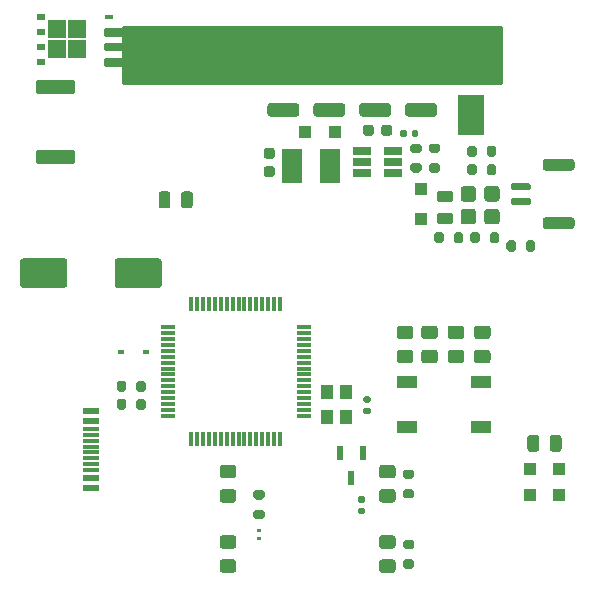
<source format=gbr>
%TF.GenerationSoftware,KiCad,Pcbnew,5.1.9-73d0e3b20d~88~ubuntu20.04.1*%
%TF.CreationDate,2021-04-18T22:18:41+08:00*%
%TF.ProjectId,AbsoluteEncoderBoard,4162736f-6c75-4746-9545-6e636f646572,rev?*%
%TF.SameCoordinates,Original*%
%TF.FileFunction,Paste,Top*%
%TF.FilePolarity,Positive*%
%FSLAX46Y46*%
G04 Gerber Fmt 4.6, Leading zero omitted, Abs format (unit mm)*
G04 Created by KiCad (PCBNEW 5.1.9-73d0e3b20d~88~ubuntu20.04.1) date 2021-04-18 22:18:41*
%MOMM*%
%LPD*%
G01*
G04 APERTURE LIST*
%ADD10R,0.300000X1.200000*%
%ADD11R,1.200000X0.300000*%
%ADD12R,0.600000X0.450000*%
%ADD13R,1.000000X1.000000*%
%ADD14R,1.560000X0.650000*%
%ADD15R,1.800000X2.900000*%
%ADD16R,2.300000X3.500000*%
%ADD17R,1.100000X1.300000*%
%ADD18R,1.700000X1.000000*%
%ADD19R,0.750000X0.500000*%
%ADD20R,1.500000X1.500000*%
%ADD21R,0.750000X0.400000*%
%ADD22R,1.450000X0.600000*%
%ADD23R,1.450000X0.300000*%
%ADD24R,0.600000X1.300000*%
%ADD25C,0.254000*%
%ADD26C,0.100000*%
G04 APERTURE END LIST*
G36*
G01*
X145979500Y-88606000D02*
X146180500Y-88606000D01*
G75*
G02*
X146260000Y-88685500I0J-79500D01*
G01*
X146260000Y-88844500D01*
G75*
G02*
X146180500Y-88924000I-79500J0D01*
G01*
X145979500Y-88924000D01*
G75*
G02*
X145900000Y-88844500I0J79500D01*
G01*
X145900000Y-88685500D01*
G75*
G02*
X145979500Y-88606000I79500J0D01*
G01*
G37*
G36*
G01*
X145979500Y-87916000D02*
X146180500Y-87916000D01*
G75*
G02*
X146260000Y-87995500I0J-79500D01*
G01*
X146260000Y-88154500D01*
G75*
G02*
X146180500Y-88234000I-79500J0D01*
G01*
X145979500Y-88234000D01*
G75*
G02*
X145900000Y-88154500I0J79500D01*
G01*
X145900000Y-87995500D01*
G75*
G02*
X145979500Y-87916000I79500J0D01*
G01*
G37*
G36*
G01*
X145805000Y-86325000D02*
X146355000Y-86325000D01*
G75*
G02*
X146555000Y-86525000I0J-200000D01*
G01*
X146555000Y-86925000D01*
G75*
G02*
X146355000Y-87125000I-200000J0D01*
G01*
X145805000Y-87125000D01*
G75*
G02*
X145605000Y-86925000I0J200000D01*
G01*
X145605000Y-86525000D01*
G75*
G02*
X145805000Y-86325000I200000J0D01*
G01*
G37*
G36*
G01*
X145805000Y-84675000D02*
X146355000Y-84675000D01*
G75*
G02*
X146555000Y-84875000I0J-200000D01*
G01*
X146555000Y-85275000D01*
G75*
G02*
X146355000Y-85475000I-200000J0D01*
G01*
X145805000Y-85475000D01*
G75*
G02*
X145605000Y-85275000I0J200000D01*
G01*
X145605000Y-84875000D01*
G75*
G02*
X145805000Y-84675000I200000J0D01*
G01*
G37*
D10*
X147850000Y-80375000D03*
X147350000Y-80375000D03*
X146850000Y-80375000D03*
X146350000Y-80375000D03*
X145850000Y-80375000D03*
X145350000Y-80375000D03*
X144850000Y-80375000D03*
X144350000Y-80375000D03*
X143850000Y-80375000D03*
X143350000Y-80375000D03*
X142850000Y-80375000D03*
X142350000Y-80375000D03*
X141850000Y-80375000D03*
X141350000Y-80375000D03*
X140850000Y-80375000D03*
X140350000Y-80375000D03*
D11*
X138350000Y-78375000D03*
X138350000Y-77875000D03*
X138350000Y-77375000D03*
X138350000Y-76875000D03*
X138350000Y-76375000D03*
X138350000Y-75875000D03*
X138350000Y-75375000D03*
X138350000Y-74875000D03*
X138350000Y-74375000D03*
X138350000Y-73875000D03*
X138350000Y-73375000D03*
X138350000Y-72875000D03*
X138350000Y-72375000D03*
X138350000Y-71875000D03*
X138350000Y-71375000D03*
X138350000Y-70875000D03*
D10*
X140350000Y-68875000D03*
X140850000Y-68875000D03*
X141350000Y-68875000D03*
X141850000Y-68875000D03*
X142350000Y-68875000D03*
X142850000Y-68875000D03*
X143350000Y-68875000D03*
X143850000Y-68875000D03*
X144350000Y-68875000D03*
X144850000Y-68875000D03*
X145350000Y-68875000D03*
X145850000Y-68875000D03*
X146350000Y-68875000D03*
X146850000Y-68875000D03*
X147350000Y-68875000D03*
D11*
X149850000Y-70875000D03*
X149850000Y-71375000D03*
X149850000Y-71875000D03*
X149850000Y-72375000D03*
X149850000Y-72875000D03*
X149850000Y-73375000D03*
X149850000Y-73875000D03*
X149850000Y-74375000D03*
X149850000Y-74875000D03*
X149850000Y-75375000D03*
X149850000Y-75875000D03*
X149850000Y-76375000D03*
X149850000Y-76875000D03*
X149850000Y-77375000D03*
X149850000Y-77875000D03*
X149850000Y-78375000D03*
D10*
X147850000Y-68875000D03*
G36*
G01*
X139480000Y-60565000D02*
X139480000Y-59615000D01*
G75*
G02*
X139730000Y-59365000I250000J0D01*
G01*
X140230000Y-59365000D01*
G75*
G02*
X140480000Y-59615000I0J-250000D01*
G01*
X140480000Y-60565000D01*
G75*
G02*
X140230000Y-60815000I-250000J0D01*
G01*
X139730000Y-60815000D01*
G75*
G02*
X139480000Y-60565000I0J250000D01*
G01*
G37*
G36*
G01*
X137580000Y-60565000D02*
X137580000Y-59615000D01*
G75*
G02*
X137830000Y-59365000I250000J0D01*
G01*
X138330000Y-59365000D01*
G75*
G02*
X138580000Y-59615000I0J-250000D01*
G01*
X138580000Y-60565000D01*
G75*
G02*
X138330000Y-60815000I-250000J0D01*
G01*
X137830000Y-60815000D01*
G75*
G02*
X137580000Y-60565000I0J250000D01*
G01*
G37*
D12*
X134400000Y-73000000D03*
X136500000Y-73000000D03*
G36*
G01*
X155395000Y-77275000D02*
X155055000Y-77275000D01*
G75*
G02*
X154915000Y-77135000I0J140000D01*
G01*
X154915000Y-76855000D01*
G75*
G02*
X155055000Y-76715000I140000J0D01*
G01*
X155395000Y-76715000D01*
G75*
G02*
X155535000Y-76855000I0J-140000D01*
G01*
X155535000Y-77135000D01*
G75*
G02*
X155395000Y-77275000I-140000J0D01*
G01*
G37*
G36*
G01*
X155395000Y-78235000D02*
X155055000Y-78235000D01*
G75*
G02*
X154915000Y-78095000I0J140000D01*
G01*
X154915000Y-77815000D01*
G75*
G02*
X155055000Y-77675000I140000J0D01*
G01*
X155395000Y-77675000D01*
G75*
G02*
X155535000Y-77815000I0J-140000D01*
G01*
X155535000Y-78095000D01*
G75*
G02*
X155395000Y-78235000I-140000J0D01*
G01*
G37*
G36*
G01*
X159000000Y-54645000D02*
X159000000Y-54305000D01*
G75*
G02*
X159140000Y-54165000I140000J0D01*
G01*
X159420000Y-54165000D01*
G75*
G02*
X159560000Y-54305000I0J-140000D01*
G01*
X159560000Y-54645000D01*
G75*
G02*
X159420000Y-54785000I-140000J0D01*
G01*
X159140000Y-54785000D01*
G75*
G02*
X159000000Y-54645000I0J140000D01*
G01*
G37*
G36*
G01*
X158040000Y-54645000D02*
X158040000Y-54305000D01*
G75*
G02*
X158180000Y-54165000I140000J0D01*
G01*
X158460000Y-54165000D01*
G75*
G02*
X158600000Y-54305000I0J-140000D01*
G01*
X158600000Y-54645000D01*
G75*
G02*
X158460000Y-54785000I-140000J0D01*
G01*
X158180000Y-54785000D01*
G75*
G02*
X158040000Y-54645000I0J140000D01*
G01*
G37*
G36*
G01*
X154580000Y-86150000D02*
X154920000Y-86150000D01*
G75*
G02*
X155060000Y-86290000I0J-140000D01*
G01*
X155060000Y-86570000D01*
G75*
G02*
X154920000Y-86710000I-140000J0D01*
G01*
X154580000Y-86710000D01*
G75*
G02*
X154440000Y-86570000I0J140000D01*
G01*
X154440000Y-86290000D01*
G75*
G02*
X154580000Y-86150000I140000J0D01*
G01*
G37*
G36*
G01*
X154580000Y-85190000D02*
X154920000Y-85190000D01*
G75*
G02*
X155060000Y-85330000I0J-140000D01*
G01*
X155060000Y-85610000D01*
G75*
G02*
X154920000Y-85750000I-140000J0D01*
G01*
X154580000Y-85750000D01*
G75*
G02*
X154440000Y-85610000I0J140000D01*
G01*
X154440000Y-85330000D01*
G75*
G02*
X154580000Y-85190000I140000J0D01*
G01*
G37*
D13*
X159800000Y-59200000D03*
X159800000Y-61700000D03*
X150000000Y-54350000D03*
X152500000Y-54350000D03*
G36*
G01*
X172550000Y-57625000D02*
X170350000Y-57625000D01*
G75*
G02*
X170100000Y-57375000I0J250000D01*
G01*
X170100000Y-56875000D01*
G75*
G02*
X170350000Y-56625000I250000J0D01*
G01*
X172550000Y-56625000D01*
G75*
G02*
X172800000Y-56875000I0J-250000D01*
G01*
X172800000Y-57375000D01*
G75*
G02*
X172550000Y-57625000I-250000J0D01*
G01*
G37*
G36*
G01*
X172550000Y-62575000D02*
X170350000Y-62575000D01*
G75*
G02*
X170100000Y-62325000I0J250000D01*
G01*
X170100000Y-61825000D01*
G75*
G02*
X170350000Y-61575000I250000J0D01*
G01*
X172550000Y-61575000D01*
G75*
G02*
X172800000Y-61825000I0J-250000D01*
G01*
X172800000Y-62325000D01*
G75*
G02*
X172550000Y-62575000I-250000J0D01*
G01*
G37*
G36*
G01*
X168950000Y-59275000D02*
X167550000Y-59275000D01*
G75*
G02*
X167400000Y-59125000I0J150000D01*
G01*
X167400000Y-58825000D01*
G75*
G02*
X167550000Y-58675000I150000J0D01*
G01*
X168950000Y-58675000D01*
G75*
G02*
X169100000Y-58825000I0J-150000D01*
G01*
X169100000Y-59125000D01*
G75*
G02*
X168950000Y-59275000I-150000J0D01*
G01*
G37*
G36*
G01*
X168950000Y-60525000D02*
X167550000Y-60525000D01*
G75*
G02*
X167400000Y-60375000I0J150000D01*
G01*
X167400000Y-60075000D01*
G75*
G02*
X167550000Y-59925000I150000J0D01*
G01*
X168950000Y-59925000D01*
G75*
G02*
X169100000Y-60075000I0J-150000D01*
G01*
X169100000Y-60375000D01*
G75*
G02*
X168950000Y-60525000I-150000J0D01*
G01*
G37*
G36*
G01*
X164775000Y-63025000D02*
X164775000Y-63575000D01*
G75*
G02*
X164575000Y-63775000I-200000J0D01*
G01*
X164175000Y-63775000D01*
G75*
G02*
X163975000Y-63575000I0J200000D01*
G01*
X163975000Y-63025000D01*
G75*
G02*
X164175000Y-62825000I200000J0D01*
G01*
X164575000Y-62825000D01*
G75*
G02*
X164775000Y-63025000I0J-200000D01*
G01*
G37*
G36*
G01*
X166425000Y-63025000D02*
X166425000Y-63575000D01*
G75*
G02*
X166225000Y-63775000I-200000J0D01*
G01*
X165825000Y-63775000D01*
G75*
G02*
X165625000Y-63575000I0J200000D01*
G01*
X165625000Y-63025000D01*
G75*
G02*
X165825000Y-62825000I200000J0D01*
G01*
X166225000Y-62825000D01*
G75*
G02*
X166425000Y-63025000I0J-200000D01*
G01*
G37*
G36*
G01*
X166200001Y-60250000D02*
X165399999Y-60250000D01*
G75*
G02*
X165150000Y-60000001I0J249999D01*
G01*
X165150000Y-59174999D01*
G75*
G02*
X165399999Y-58925000I249999J0D01*
G01*
X166200001Y-58925000D01*
G75*
G02*
X166450000Y-59174999I0J-249999D01*
G01*
X166450000Y-60000001D01*
G75*
G02*
X166200001Y-60250000I-249999J0D01*
G01*
G37*
G36*
G01*
X166200001Y-62175000D02*
X165399999Y-62175000D01*
G75*
G02*
X165150000Y-61925001I0J249999D01*
G01*
X165150000Y-61099999D01*
G75*
G02*
X165399999Y-60850000I249999J0D01*
G01*
X166200001Y-60850000D01*
G75*
G02*
X166450000Y-61099999I0J-249999D01*
G01*
X166450000Y-61925001D01*
G75*
G02*
X166200001Y-62175000I-249999J0D01*
G01*
G37*
G36*
G01*
X162575000Y-63575000D02*
X162575000Y-63025000D01*
G75*
G02*
X162775000Y-62825000I200000J0D01*
G01*
X163175000Y-62825000D01*
G75*
G02*
X163375000Y-63025000I0J-200000D01*
G01*
X163375000Y-63575000D01*
G75*
G02*
X163175000Y-63775000I-200000J0D01*
G01*
X162775000Y-63775000D01*
G75*
G02*
X162575000Y-63575000I0J200000D01*
G01*
G37*
G36*
G01*
X160925000Y-63575000D02*
X160925000Y-63025000D01*
G75*
G02*
X161125000Y-62825000I200000J0D01*
G01*
X161525000Y-62825000D01*
G75*
G02*
X161725000Y-63025000I0J-200000D01*
G01*
X161725000Y-63575000D01*
G75*
G02*
X161525000Y-63775000I-200000J0D01*
G01*
X161125000Y-63775000D01*
G75*
G02*
X160925000Y-63575000I0J200000D01*
G01*
G37*
G36*
G01*
X164200001Y-60250000D02*
X163399999Y-60250000D01*
G75*
G02*
X163150000Y-60000001I0J249999D01*
G01*
X163150000Y-59174999D01*
G75*
G02*
X163399999Y-58925000I249999J0D01*
G01*
X164200001Y-58925000D01*
G75*
G02*
X164450000Y-59174999I0J-249999D01*
G01*
X164450000Y-60000001D01*
G75*
G02*
X164200001Y-60250000I-249999J0D01*
G01*
G37*
G36*
G01*
X164200001Y-62175000D02*
X163399999Y-62175000D01*
G75*
G02*
X163150000Y-61925001I0J249999D01*
G01*
X163150000Y-61099999D01*
G75*
G02*
X163399999Y-60850000I249999J0D01*
G01*
X164200001Y-60850000D01*
G75*
G02*
X164450000Y-61099999I0J-249999D01*
G01*
X164450000Y-61925001D01*
G75*
G02*
X164200001Y-62175000I-249999J0D01*
G01*
G37*
G36*
G01*
X133850000Y-67300000D02*
X133850000Y-65300000D01*
G75*
G02*
X134100000Y-65050000I250000J0D01*
G01*
X137600000Y-65050000D01*
G75*
G02*
X137850000Y-65300000I0J-250000D01*
G01*
X137850000Y-67300000D01*
G75*
G02*
X137600000Y-67550000I-250000J0D01*
G01*
X134100000Y-67550000D01*
G75*
G02*
X133850000Y-67300000I0J250000D01*
G01*
G37*
G36*
G01*
X125850000Y-67300000D02*
X125850000Y-65300000D01*
G75*
G02*
X126100000Y-65050000I250000J0D01*
G01*
X129600000Y-65050000D01*
G75*
G02*
X129850000Y-65300000I0J-250000D01*
G01*
X129850000Y-67300000D01*
G75*
G02*
X129600000Y-67550000I-250000J0D01*
G01*
X126100000Y-67550000D01*
G75*
G02*
X125850000Y-67300000I0J250000D01*
G01*
G37*
D14*
X154765840Y-56865480D03*
X154765840Y-57815480D03*
X154765840Y-55915480D03*
X157465840Y-55915480D03*
X157465840Y-56865480D03*
X157465840Y-57815480D03*
G36*
G01*
X159649660Y-56130600D02*
X159099660Y-56130600D01*
G75*
G02*
X158899660Y-55930600I0J200000D01*
G01*
X158899660Y-55530600D01*
G75*
G02*
X159099660Y-55330600I200000J0D01*
G01*
X159649660Y-55330600D01*
G75*
G02*
X159849660Y-55530600I0J-200000D01*
G01*
X159849660Y-55930600D01*
G75*
G02*
X159649660Y-56130600I-200000J0D01*
G01*
G37*
G36*
G01*
X159649660Y-57780600D02*
X159099660Y-57780600D01*
G75*
G02*
X158899660Y-57580600I0J200000D01*
G01*
X158899660Y-57180600D01*
G75*
G02*
X159099660Y-56980600I200000J0D01*
G01*
X159649660Y-56980600D01*
G75*
G02*
X159849660Y-57180600I0J-200000D01*
G01*
X159849660Y-57580600D01*
G75*
G02*
X159649660Y-57780600I-200000J0D01*
G01*
G37*
G36*
G01*
X160675000Y-56975000D02*
X161225000Y-56975000D01*
G75*
G02*
X161425000Y-57175000I0J-200000D01*
G01*
X161425000Y-57575000D01*
G75*
G02*
X161225000Y-57775000I-200000J0D01*
G01*
X160675000Y-57775000D01*
G75*
G02*
X160475000Y-57575000I0J200000D01*
G01*
X160475000Y-57175000D01*
G75*
G02*
X160675000Y-56975000I200000J0D01*
G01*
G37*
G36*
G01*
X160675000Y-55325000D02*
X161225000Y-55325000D01*
G75*
G02*
X161425000Y-55525000I0J-200000D01*
G01*
X161425000Y-55925000D01*
G75*
G02*
X161225000Y-56125000I-200000J0D01*
G01*
X160675000Y-56125000D01*
G75*
G02*
X160475000Y-55925000I0J200000D01*
G01*
X160475000Y-55525000D01*
G75*
G02*
X160675000Y-55325000I200000J0D01*
G01*
G37*
G36*
G01*
X165365800Y-57819600D02*
X165365800Y-57269600D01*
G75*
G02*
X165565800Y-57069600I200000J0D01*
G01*
X165965800Y-57069600D01*
G75*
G02*
X166165800Y-57269600I0J-200000D01*
G01*
X166165800Y-57819600D01*
G75*
G02*
X165965800Y-58019600I-200000J0D01*
G01*
X165565800Y-58019600D01*
G75*
G02*
X165365800Y-57819600I0J200000D01*
G01*
G37*
G36*
G01*
X163715800Y-57819600D02*
X163715800Y-57269600D01*
G75*
G02*
X163915800Y-57069600I200000J0D01*
G01*
X164315800Y-57069600D01*
G75*
G02*
X164515800Y-57269600I0J-200000D01*
G01*
X164515800Y-57819600D01*
G75*
G02*
X164315800Y-58019600I-200000J0D01*
G01*
X163915800Y-58019600D01*
G75*
G02*
X163715800Y-57819600I0J200000D01*
G01*
G37*
G36*
G01*
X165365800Y-56244800D02*
X165365800Y-55694800D01*
G75*
G02*
X165565800Y-55494800I200000J0D01*
G01*
X165965800Y-55494800D01*
G75*
G02*
X166165800Y-55694800I0J-200000D01*
G01*
X166165800Y-56244800D01*
G75*
G02*
X165965800Y-56444800I-200000J0D01*
G01*
X165565800Y-56444800D01*
G75*
G02*
X165365800Y-56244800I0J200000D01*
G01*
G37*
G36*
G01*
X163715800Y-56244800D02*
X163715800Y-55694800D01*
G75*
G02*
X163915800Y-55494800I200000J0D01*
G01*
X164315800Y-55494800D01*
G75*
G02*
X164515800Y-55694800I0J-200000D01*
G01*
X164515800Y-56244800D01*
G75*
G02*
X164315800Y-56444800I-200000J0D01*
G01*
X163915800Y-56444800D01*
G75*
G02*
X163715800Y-56244800I0J200000D01*
G01*
G37*
D15*
X148904700Y-57239860D03*
X152104700Y-57239860D03*
D16*
X164000000Y-52900000D03*
X164000000Y-47500000D03*
G36*
G01*
X146703780Y-57247360D02*
X147203780Y-57247360D01*
G75*
G02*
X147428780Y-57472360I0J-225000D01*
G01*
X147428780Y-57922360D01*
G75*
G02*
X147203780Y-58147360I-225000J0D01*
G01*
X146703780Y-58147360D01*
G75*
G02*
X146478780Y-57922360I0J225000D01*
G01*
X146478780Y-57472360D01*
G75*
G02*
X146703780Y-57247360I225000J0D01*
G01*
G37*
G36*
G01*
X146703780Y-55697360D02*
X147203780Y-55697360D01*
G75*
G02*
X147428780Y-55922360I0J-225000D01*
G01*
X147428780Y-56372360D01*
G75*
G02*
X147203780Y-56597360I-225000J0D01*
G01*
X146703780Y-56597360D01*
G75*
G02*
X146478780Y-56372360I0J225000D01*
G01*
X146478780Y-55922360D01*
G75*
G02*
X146703780Y-55697360I225000J0D01*
G01*
G37*
G36*
G01*
X156440840Y-54456100D02*
X156440840Y-53956100D01*
G75*
G02*
X156665840Y-53731100I225000J0D01*
G01*
X157115840Y-53731100D01*
G75*
G02*
X157340840Y-53956100I0J-225000D01*
G01*
X157340840Y-54456100D01*
G75*
G02*
X157115840Y-54681100I-225000J0D01*
G01*
X156665840Y-54681100D01*
G75*
G02*
X156440840Y-54456100I0J225000D01*
G01*
G37*
G36*
G01*
X154890840Y-54456100D02*
X154890840Y-53956100D01*
G75*
G02*
X155115840Y-53731100I225000J0D01*
G01*
X155565840Y-53731100D01*
G75*
G02*
X155790840Y-53956100I0J-225000D01*
G01*
X155790840Y-54456100D01*
G75*
G02*
X155565840Y-54681100I-225000J0D01*
G01*
X155115840Y-54681100D01*
G75*
G02*
X154890840Y-54456100I0J225000D01*
G01*
G37*
G36*
G01*
X158699999Y-51900000D02*
X160900001Y-51900000D01*
G75*
G02*
X161150000Y-52149999I0J-249999D01*
G01*
X161150000Y-52800001D01*
G75*
G02*
X160900001Y-53050000I-249999J0D01*
G01*
X158699999Y-53050000D01*
G75*
G02*
X158450000Y-52800001I0J249999D01*
G01*
X158450000Y-52149999D01*
G75*
G02*
X158699999Y-51900000I249999J0D01*
G01*
G37*
G36*
G01*
X158699999Y-48950000D02*
X160900001Y-48950000D01*
G75*
G02*
X161150000Y-49199999I0J-249999D01*
G01*
X161150000Y-49850001D01*
G75*
G02*
X160900001Y-50100000I-249999J0D01*
G01*
X158699999Y-50100000D01*
G75*
G02*
X158450000Y-49850001I0J249999D01*
G01*
X158450000Y-49199999D01*
G75*
G02*
X158699999Y-48950000I249999J0D01*
G01*
G37*
G36*
G01*
X154812499Y-51900000D02*
X157012501Y-51900000D01*
G75*
G02*
X157262500Y-52149999I0J-249999D01*
G01*
X157262500Y-52800001D01*
G75*
G02*
X157012501Y-53050000I-249999J0D01*
G01*
X154812499Y-53050000D01*
G75*
G02*
X154562500Y-52800001I0J249999D01*
G01*
X154562500Y-52149999D01*
G75*
G02*
X154812499Y-51900000I249999J0D01*
G01*
G37*
G36*
G01*
X154812499Y-48950000D02*
X157012501Y-48950000D01*
G75*
G02*
X157262500Y-49199999I0J-249999D01*
G01*
X157262500Y-49850001D01*
G75*
G02*
X157012501Y-50100000I-249999J0D01*
G01*
X154812499Y-50100000D01*
G75*
G02*
X154562500Y-49850001I0J249999D01*
G01*
X154562500Y-49199999D01*
G75*
G02*
X154812499Y-48950000I249999J0D01*
G01*
G37*
G36*
G01*
X150924999Y-51900000D02*
X153125001Y-51900000D01*
G75*
G02*
X153375000Y-52149999I0J-249999D01*
G01*
X153375000Y-52800001D01*
G75*
G02*
X153125001Y-53050000I-249999J0D01*
G01*
X150924999Y-53050000D01*
G75*
G02*
X150675000Y-52800001I0J249999D01*
G01*
X150675000Y-52149999D01*
G75*
G02*
X150924999Y-51900000I249999J0D01*
G01*
G37*
G36*
G01*
X150924999Y-48950000D02*
X153125001Y-48950000D01*
G75*
G02*
X153375000Y-49199999I0J-249999D01*
G01*
X153375000Y-49850001D01*
G75*
G02*
X153125001Y-50100000I-249999J0D01*
G01*
X150924999Y-50100000D01*
G75*
G02*
X150675000Y-49850001I0J249999D01*
G01*
X150675000Y-49199999D01*
G75*
G02*
X150924999Y-48950000I249999J0D01*
G01*
G37*
D17*
X151825000Y-78475000D03*
X151825000Y-76375000D03*
X153475000Y-76375000D03*
X153475000Y-78475000D03*
D18*
X158590000Y-75490000D03*
X164890000Y-75490000D03*
X158590000Y-79290000D03*
X164890000Y-79290000D03*
G36*
G01*
X159025000Y-89677500D02*
X158475000Y-89677500D01*
G75*
G02*
X158275000Y-89477500I0J200000D01*
G01*
X158275000Y-89077500D01*
G75*
G02*
X158475000Y-88877500I200000J0D01*
G01*
X159025000Y-88877500D01*
G75*
G02*
X159225000Y-89077500I0J-200000D01*
G01*
X159225000Y-89477500D01*
G75*
G02*
X159025000Y-89677500I-200000J0D01*
G01*
G37*
G36*
G01*
X159025000Y-91327500D02*
X158475000Y-91327500D01*
G75*
G02*
X158275000Y-91127500I0J200000D01*
G01*
X158275000Y-90727500D01*
G75*
G02*
X158475000Y-90527500I200000J0D01*
G01*
X159025000Y-90527500D01*
G75*
G02*
X159225000Y-90727500I0J-200000D01*
G01*
X159225000Y-91127500D01*
G75*
G02*
X159025000Y-91327500I-200000J0D01*
G01*
G37*
G36*
G01*
X159025000Y-83725000D02*
X158475000Y-83725000D01*
G75*
G02*
X158275000Y-83525000I0J200000D01*
G01*
X158275000Y-83125000D01*
G75*
G02*
X158475000Y-82925000I200000J0D01*
G01*
X159025000Y-82925000D01*
G75*
G02*
X159225000Y-83125000I0J-200000D01*
G01*
X159225000Y-83525000D01*
G75*
G02*
X159025000Y-83725000I-200000J0D01*
G01*
G37*
G36*
G01*
X159025000Y-85375000D02*
X158475000Y-85375000D01*
G75*
G02*
X158275000Y-85175000I0J200000D01*
G01*
X158275000Y-84775000D01*
G75*
G02*
X158475000Y-84575000I200000J0D01*
G01*
X159025000Y-84575000D01*
G75*
G02*
X159225000Y-84775000I0J-200000D01*
G01*
X159225000Y-85175000D01*
G75*
G02*
X159025000Y-85375000I-200000J0D01*
G01*
G37*
G36*
G01*
X134825000Y-77125000D02*
X134825000Y-77675000D01*
G75*
G02*
X134625000Y-77875000I-200000J0D01*
G01*
X134225000Y-77875000D01*
G75*
G02*
X134025000Y-77675000I0J200000D01*
G01*
X134025000Y-77125000D01*
G75*
G02*
X134225000Y-76925000I200000J0D01*
G01*
X134625000Y-76925000D01*
G75*
G02*
X134825000Y-77125000I0J-200000D01*
G01*
G37*
G36*
G01*
X136475000Y-77125000D02*
X136475000Y-77675000D01*
G75*
G02*
X136275000Y-77875000I-200000J0D01*
G01*
X135875000Y-77875000D01*
G75*
G02*
X135675000Y-77675000I0J200000D01*
G01*
X135675000Y-77125000D01*
G75*
G02*
X135875000Y-76925000I200000J0D01*
G01*
X136275000Y-76925000D01*
G75*
G02*
X136475000Y-77125000I0J-200000D01*
G01*
G37*
G36*
G01*
X134825000Y-75600000D02*
X134825000Y-76150000D01*
G75*
G02*
X134625000Y-76350000I-200000J0D01*
G01*
X134225000Y-76350000D01*
G75*
G02*
X134025000Y-76150000I0J200000D01*
G01*
X134025000Y-75600000D01*
G75*
G02*
X134225000Y-75400000I200000J0D01*
G01*
X134625000Y-75400000D01*
G75*
G02*
X134825000Y-75600000I0J-200000D01*
G01*
G37*
G36*
G01*
X136475000Y-75600000D02*
X136475000Y-76150000D01*
G75*
G02*
X136275000Y-76350000I-200000J0D01*
G01*
X135875000Y-76350000D01*
G75*
G02*
X135675000Y-76150000I0J200000D01*
G01*
X135675000Y-75600000D01*
G75*
G02*
X135875000Y-75400000I200000J0D01*
G01*
X136275000Y-75400000D01*
G75*
G02*
X136475000Y-75600000I0J-200000D01*
G01*
G37*
G36*
G01*
X167825000Y-63725000D02*
X167825000Y-64275000D01*
G75*
G02*
X167625000Y-64475000I-200000J0D01*
G01*
X167225000Y-64475000D01*
G75*
G02*
X167025000Y-64275000I0J200000D01*
G01*
X167025000Y-63725000D01*
G75*
G02*
X167225000Y-63525000I200000J0D01*
G01*
X167625000Y-63525000D01*
G75*
G02*
X167825000Y-63725000I0J-200000D01*
G01*
G37*
G36*
G01*
X169475000Y-63725000D02*
X169475000Y-64275000D01*
G75*
G02*
X169275000Y-64475000I-200000J0D01*
G01*
X168875000Y-64475000D01*
G75*
G02*
X168675000Y-64275000I0J200000D01*
G01*
X168675000Y-63725000D01*
G75*
G02*
X168875000Y-63525000I200000J0D01*
G01*
X169275000Y-63525000D01*
G75*
G02*
X169475000Y-63725000I0J-200000D01*
G01*
G37*
G36*
G01*
X130279201Y-51142400D02*
X127429199Y-51142400D01*
G75*
G02*
X127179200Y-50892401I0J249999D01*
G01*
X127179200Y-50167399D01*
G75*
G02*
X127429199Y-49917400I249999J0D01*
G01*
X130279201Y-49917400D01*
G75*
G02*
X130529200Y-50167399I0J-249999D01*
G01*
X130529200Y-50892401D01*
G75*
G02*
X130279201Y-51142400I-249999J0D01*
G01*
G37*
G36*
G01*
X130279201Y-57067400D02*
X127429199Y-57067400D01*
G75*
G02*
X127179200Y-56817401I0J249999D01*
G01*
X127179200Y-56092399D01*
G75*
G02*
X127429199Y-55842400I249999J0D01*
G01*
X130279201Y-55842400D01*
G75*
G02*
X130529200Y-56092399I0J-249999D01*
G01*
X130529200Y-56817401D01*
G75*
G02*
X130279201Y-57067400I-249999J0D01*
G01*
G37*
D19*
X127595000Y-44595000D03*
X127595000Y-45865000D03*
X127595000Y-47135000D03*
X127595000Y-48405000D03*
D20*
X130700000Y-45650000D03*
X130700000Y-47350000D03*
X129000000Y-45650000D03*
X129000000Y-47350000D03*
D21*
X133400000Y-44595000D03*
X133400000Y-45865000D03*
X133400000Y-47135000D03*
X133400000Y-48405000D03*
D22*
X131845000Y-84475000D03*
X131845000Y-83675000D03*
X131845000Y-78775000D03*
X131845000Y-77975000D03*
X131845000Y-77975000D03*
X131845000Y-78775000D03*
X131845000Y-83675000D03*
X131845000Y-84475000D03*
D23*
X131845000Y-79475000D03*
X131845000Y-79975000D03*
X131845000Y-80475000D03*
X131845000Y-81475000D03*
X131845000Y-81975000D03*
X131845000Y-82475000D03*
X131845000Y-82975000D03*
X131845000Y-80975000D03*
G36*
G01*
X161372050Y-61199140D02*
X162284550Y-61199140D01*
G75*
G02*
X162528300Y-61442890I0J-243750D01*
G01*
X162528300Y-61930390D01*
G75*
G02*
X162284550Y-62174140I-243750J0D01*
G01*
X161372050Y-62174140D01*
G75*
G02*
X161128300Y-61930390I0J243750D01*
G01*
X161128300Y-61442890D01*
G75*
G02*
X161372050Y-61199140I243750J0D01*
G01*
G37*
G36*
G01*
X161372050Y-59324140D02*
X162284550Y-59324140D01*
G75*
G02*
X162528300Y-59567890I0J-243750D01*
G01*
X162528300Y-60055390D01*
G75*
G02*
X162284550Y-60299140I-243750J0D01*
G01*
X161372050Y-60299140D01*
G75*
G02*
X161128300Y-60055390I0J243750D01*
G01*
X161128300Y-59567890D01*
G75*
G02*
X161372050Y-59324140I243750J0D01*
G01*
G37*
D13*
X168990000Y-85080000D03*
X171490000Y-85080000D03*
X168990000Y-82920000D03*
X171490000Y-82920000D03*
G36*
G01*
X157390001Y-89630000D02*
X156489999Y-89630000D01*
G75*
G02*
X156240000Y-89380001I0J249999D01*
G01*
X156240000Y-88729999D01*
G75*
G02*
X156489999Y-88480000I249999J0D01*
G01*
X157390001Y-88480000D01*
G75*
G02*
X157640000Y-88729999I0J-249999D01*
G01*
X157640000Y-89380001D01*
G75*
G02*
X157390001Y-89630000I-249999J0D01*
G01*
G37*
G36*
G01*
X157390001Y-91680000D02*
X156489999Y-91680000D01*
G75*
G02*
X156240000Y-91430001I0J249999D01*
G01*
X156240000Y-90779999D01*
G75*
G02*
X156489999Y-90530000I249999J0D01*
G01*
X157390001Y-90530000D01*
G75*
G02*
X157640000Y-90779999I0J-249999D01*
G01*
X157640000Y-91430001D01*
G75*
G02*
X157390001Y-91680000I-249999J0D01*
G01*
G37*
G36*
G01*
X157390001Y-83677500D02*
X156489999Y-83677500D01*
G75*
G02*
X156240000Y-83427501I0J249999D01*
G01*
X156240000Y-82777499D01*
G75*
G02*
X156489999Y-82527500I249999J0D01*
G01*
X157390001Y-82527500D01*
G75*
G02*
X157640000Y-82777499I0J-249999D01*
G01*
X157640000Y-83427501D01*
G75*
G02*
X157390001Y-83677500I-249999J0D01*
G01*
G37*
G36*
G01*
X157390001Y-85727500D02*
X156489999Y-85727500D01*
G75*
G02*
X156240000Y-85477501I0J249999D01*
G01*
X156240000Y-84827499D01*
G75*
G02*
X156489999Y-84577500I249999J0D01*
G01*
X157390001Y-84577500D01*
G75*
G02*
X157640000Y-84827499I0J-249999D01*
G01*
X157640000Y-85477501D01*
G75*
G02*
X157390001Y-85727500I-249999J0D01*
G01*
G37*
G36*
G01*
X143900001Y-89630000D02*
X142999999Y-89630000D01*
G75*
G02*
X142750000Y-89380001I0J249999D01*
G01*
X142750000Y-88729999D01*
G75*
G02*
X142999999Y-88480000I249999J0D01*
G01*
X143900001Y-88480000D01*
G75*
G02*
X144150000Y-88729999I0J-249999D01*
G01*
X144150000Y-89380001D01*
G75*
G02*
X143900001Y-89630000I-249999J0D01*
G01*
G37*
G36*
G01*
X143900001Y-91680000D02*
X142999999Y-91680000D01*
G75*
G02*
X142750000Y-91430001I0J249999D01*
G01*
X142750000Y-90779999D01*
G75*
G02*
X142999999Y-90530000I249999J0D01*
G01*
X143900001Y-90530000D01*
G75*
G02*
X144150000Y-90779999I0J-249999D01*
G01*
X144150000Y-91430001D01*
G75*
G02*
X143900001Y-91680000I-249999J0D01*
G01*
G37*
G36*
G01*
X143900001Y-83675000D02*
X142999999Y-83675000D01*
G75*
G02*
X142750000Y-83425001I0J249999D01*
G01*
X142750000Y-82774999D01*
G75*
G02*
X142999999Y-82525000I249999J0D01*
G01*
X143900001Y-82525000D01*
G75*
G02*
X144150000Y-82774999I0J-249999D01*
G01*
X144150000Y-83425001D01*
G75*
G02*
X143900001Y-83675000I-249999J0D01*
G01*
G37*
G36*
G01*
X143900001Y-85725000D02*
X142999999Y-85725000D01*
G75*
G02*
X142750000Y-85475001I0J249999D01*
G01*
X142750000Y-84824999D01*
G75*
G02*
X142999999Y-84575000I249999J0D01*
G01*
X143900001Y-84575000D01*
G75*
G02*
X144150000Y-84824999I0J-249999D01*
G01*
X144150000Y-85475001D01*
G75*
G02*
X143900001Y-85725000I-249999J0D01*
G01*
G37*
G36*
G01*
X164529999Y-72780000D02*
X165430001Y-72780000D01*
G75*
G02*
X165680000Y-73029999I0J-249999D01*
G01*
X165680000Y-73680001D01*
G75*
G02*
X165430001Y-73930000I-249999J0D01*
G01*
X164529999Y-73930000D01*
G75*
G02*
X164280000Y-73680001I0J249999D01*
G01*
X164280000Y-73029999D01*
G75*
G02*
X164529999Y-72780000I249999J0D01*
G01*
G37*
G36*
G01*
X164529999Y-70730000D02*
X165430001Y-70730000D01*
G75*
G02*
X165680000Y-70979999I0J-249999D01*
G01*
X165680000Y-71630001D01*
G75*
G02*
X165430001Y-71880000I-249999J0D01*
G01*
X164529999Y-71880000D01*
G75*
G02*
X164280000Y-71630001I0J249999D01*
G01*
X164280000Y-70979999D01*
G75*
G02*
X164529999Y-70730000I249999J0D01*
G01*
G37*
G36*
G01*
X162296665Y-72780000D02*
X163196667Y-72780000D01*
G75*
G02*
X163446666Y-73029999I0J-249999D01*
G01*
X163446666Y-73680001D01*
G75*
G02*
X163196667Y-73930000I-249999J0D01*
G01*
X162296665Y-73930000D01*
G75*
G02*
X162046666Y-73680001I0J249999D01*
G01*
X162046666Y-73029999D01*
G75*
G02*
X162296665Y-72780000I249999J0D01*
G01*
G37*
G36*
G01*
X162296665Y-70730000D02*
X163196667Y-70730000D01*
G75*
G02*
X163446666Y-70979999I0J-249999D01*
G01*
X163446666Y-71630001D01*
G75*
G02*
X163196667Y-71880000I-249999J0D01*
G01*
X162296665Y-71880000D01*
G75*
G02*
X162046666Y-71630001I0J249999D01*
G01*
X162046666Y-70979999D01*
G75*
G02*
X162296665Y-70730000I249999J0D01*
G01*
G37*
G36*
G01*
X160063332Y-72780000D02*
X160963334Y-72780000D01*
G75*
G02*
X161213333Y-73029999I0J-249999D01*
G01*
X161213333Y-73680001D01*
G75*
G02*
X160963334Y-73930000I-249999J0D01*
G01*
X160063332Y-73930000D01*
G75*
G02*
X159813333Y-73680001I0J249999D01*
G01*
X159813333Y-73029999D01*
G75*
G02*
X160063332Y-72780000I249999J0D01*
G01*
G37*
G36*
G01*
X160063332Y-70730000D02*
X160963334Y-70730000D01*
G75*
G02*
X161213333Y-70979999I0J-249999D01*
G01*
X161213333Y-71630001D01*
G75*
G02*
X160963334Y-71880000I-249999J0D01*
G01*
X160063332Y-71880000D01*
G75*
G02*
X159813333Y-71630001I0J249999D01*
G01*
X159813333Y-70979999D01*
G75*
G02*
X160063332Y-70730000I249999J0D01*
G01*
G37*
G36*
G01*
X157989999Y-72780000D02*
X158890001Y-72780000D01*
G75*
G02*
X159140000Y-73029999I0J-249999D01*
G01*
X159140000Y-73680001D01*
G75*
G02*
X158890001Y-73930000I-249999J0D01*
G01*
X157989999Y-73930000D01*
G75*
G02*
X157740000Y-73680001I0J249999D01*
G01*
X157740000Y-73029999D01*
G75*
G02*
X157989999Y-72780000I249999J0D01*
G01*
G37*
G36*
G01*
X157989999Y-70730000D02*
X158890001Y-70730000D01*
G75*
G02*
X159140000Y-70979999I0J-249999D01*
G01*
X159140000Y-71630001D01*
G75*
G02*
X158890001Y-71880000I-249999J0D01*
G01*
X157989999Y-71880000D01*
G75*
G02*
X157740000Y-71630001I0J249999D01*
G01*
X157740000Y-70979999D01*
G75*
G02*
X157989999Y-70730000I249999J0D01*
G01*
G37*
D24*
X154850000Y-81500000D03*
X152950000Y-81500000D03*
X153900000Y-83600000D03*
G36*
G01*
X169800000Y-80235000D02*
X169800000Y-81185000D01*
G75*
G02*
X169550000Y-81435000I-250000J0D01*
G01*
X169050000Y-81435000D01*
G75*
G02*
X168800000Y-81185000I0J250000D01*
G01*
X168800000Y-80235000D01*
G75*
G02*
X169050000Y-79985000I250000J0D01*
G01*
X169550000Y-79985000D01*
G75*
G02*
X169800000Y-80235000I0J-250000D01*
G01*
G37*
G36*
G01*
X171700000Y-80235000D02*
X171700000Y-81185000D01*
G75*
G02*
X171450000Y-81435000I-250000J0D01*
G01*
X170950000Y-81435000D01*
G75*
G02*
X170700000Y-81185000I0J250000D01*
G01*
X170700000Y-80235000D01*
G75*
G02*
X170950000Y-79985000I250000J0D01*
G01*
X171450000Y-79985000D01*
G75*
G02*
X171700000Y-80235000I0J-250000D01*
G01*
G37*
G36*
G01*
X147037499Y-51900000D02*
X149237501Y-51900000D01*
G75*
G02*
X149487500Y-52149999I0J-249999D01*
G01*
X149487500Y-52800001D01*
G75*
G02*
X149237501Y-53050000I-249999J0D01*
G01*
X147037499Y-53050000D01*
G75*
G02*
X146787500Y-52800001I0J249999D01*
G01*
X146787500Y-52149999D01*
G75*
G02*
X147037499Y-51900000I249999J0D01*
G01*
G37*
G36*
G01*
X147037499Y-48950000D02*
X149237501Y-48950000D01*
G75*
G02*
X149487500Y-49199999I0J-249999D01*
G01*
X149487500Y-49850001D01*
G75*
G02*
X149237501Y-50100000I-249999J0D01*
G01*
X147037499Y-50100000D01*
G75*
G02*
X146787500Y-49850001I0J249999D01*
G01*
X146787500Y-49199999D01*
G75*
G02*
X147037499Y-48950000I249999J0D01*
G01*
G37*
D25*
X166607568Y-50165000D02*
X134603568Y-50165000D01*
X134603568Y-45466000D01*
X166607568Y-45466000D01*
X166607568Y-50165000D01*
D26*
G36*
X166607568Y-50165000D02*
G01*
X134603568Y-50165000D01*
X134603568Y-45466000D01*
X166607568Y-45466000D01*
X166607568Y-50165000D01*
G37*
D25*
X134498000Y-46098000D02*
X133027000Y-46098000D01*
X133027000Y-45652000D01*
X134498000Y-45652000D01*
X134498000Y-46098000D01*
D26*
G36*
X134498000Y-46098000D02*
G01*
X133027000Y-46098000D01*
X133027000Y-45652000D01*
X134498000Y-45652000D01*
X134498000Y-46098000D01*
G37*
D25*
X134523000Y-47348000D02*
X133052000Y-47348000D01*
X133052000Y-46927000D01*
X134523000Y-46927000D01*
X134523000Y-47348000D01*
D26*
G36*
X134523000Y-47348000D02*
G01*
X133052000Y-47348000D01*
X133052000Y-46927000D01*
X134523000Y-46927000D01*
X134523000Y-47348000D01*
G37*
D25*
X134623000Y-48648000D02*
X133052000Y-48648000D01*
X133052000Y-48177000D01*
X134623000Y-48177000D01*
X134623000Y-48648000D01*
D26*
G36*
X134623000Y-48648000D02*
G01*
X133052000Y-48648000D01*
X133052000Y-48177000D01*
X134623000Y-48177000D01*
X134623000Y-48648000D01*
G37*
M02*

</source>
